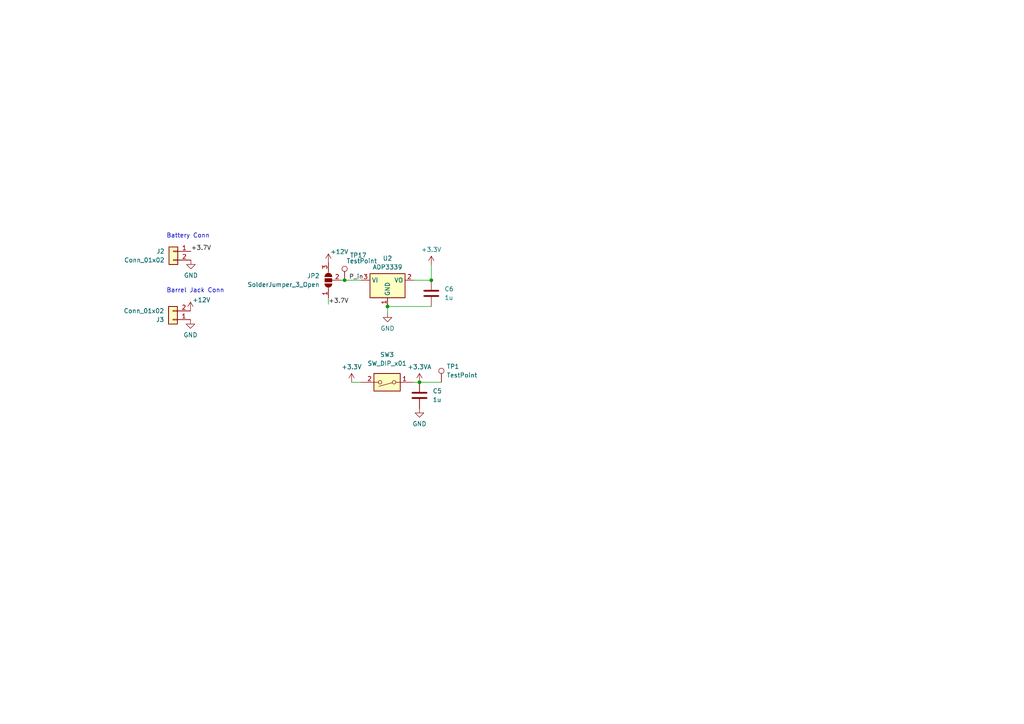
<source format=kicad_sch>
(kicad_sch (version 20230121) (generator eeschema)

  (uuid 026516c0-3430-4cba-ae33-3c3b5ce6810b)

  (paper "A4")

  (lib_symbols
    (symbol "Connector:TestPoint" (pin_numbers hide) (pin_names (offset 0.762) hide) (in_bom yes) (on_board yes)
      (property "Reference" "TP" (at 0 6.858 0)
        (effects (font (size 1.27 1.27)))
      )
      (property "Value" "TestPoint" (at 0 5.08 0)
        (effects (font (size 1.27 1.27)))
      )
      (property "Footprint" "" (at 5.08 0 0)
        (effects (font (size 1.27 1.27)) hide)
      )
      (property "Datasheet" "~" (at 5.08 0 0)
        (effects (font (size 1.27 1.27)) hide)
      )
      (property "ki_keywords" "test point tp" (at 0 0 0)
        (effects (font (size 1.27 1.27)) hide)
      )
      (property "ki_description" "test point" (at 0 0 0)
        (effects (font (size 1.27 1.27)) hide)
      )
      (property "ki_fp_filters" "Pin* Test*" (at 0 0 0)
        (effects (font (size 1.27 1.27)) hide)
      )
      (symbol "TestPoint_0_1"
        (circle (center 0 3.302) (radius 0.762)
          (stroke (width 0) (type default))
          (fill (type none))
        )
      )
      (symbol "TestPoint_1_1"
        (pin passive line (at 0 0 90) (length 2.54)
          (name "1" (effects (font (size 1.27 1.27))))
          (number "1" (effects (font (size 1.27 1.27))))
        )
      )
    )
    (symbol "Connector_Generic:Conn_01x02" (pin_names (offset 1.016) hide) (in_bom yes) (on_board yes)
      (property "Reference" "J" (at 0 2.54 0)
        (effects (font (size 1.27 1.27)))
      )
      (property "Value" "Conn_01x02" (at 0 -5.08 0)
        (effects (font (size 1.27 1.27)))
      )
      (property "Footprint" "" (at 0 0 0)
        (effects (font (size 1.27 1.27)) hide)
      )
      (property "Datasheet" "~" (at 0 0 0)
        (effects (font (size 1.27 1.27)) hide)
      )
      (property "ki_keywords" "connector" (at 0 0 0)
        (effects (font (size 1.27 1.27)) hide)
      )
      (property "ki_description" "Generic connector, single row, 01x02, script generated (kicad-library-utils/schlib/autogen/connector/)" (at 0 0 0)
        (effects (font (size 1.27 1.27)) hide)
      )
      (property "ki_fp_filters" "Connector*:*_1x??_*" (at 0 0 0)
        (effects (font (size 1.27 1.27)) hide)
      )
      (symbol "Conn_01x02_1_1"
        (rectangle (start -1.27 -2.413) (end 0 -2.667)
          (stroke (width 0.1524) (type default))
          (fill (type none))
        )
        (rectangle (start -1.27 0.127) (end 0 -0.127)
          (stroke (width 0.1524) (type default))
          (fill (type none))
        )
        (rectangle (start -1.27 1.27) (end 1.27 -3.81)
          (stroke (width 0.254) (type default))
          (fill (type background))
        )
        (pin passive line (at -5.08 0 0) (length 3.81)
          (name "Pin_1" (effects (font (size 1.27 1.27))))
          (number "1" (effects (font (size 1.27 1.27))))
        )
        (pin passive line (at -5.08 -2.54 0) (length 3.81)
          (name "Pin_2" (effects (font (size 1.27 1.27))))
          (number "2" (effects (font (size 1.27 1.27))))
        )
      )
    )
    (symbol "Device:C" (pin_numbers hide) (pin_names (offset 0.254)) (in_bom yes) (on_board yes)
      (property "Reference" "C" (at 0.635 2.54 0)
        (effects (font (size 1.27 1.27)) (justify left))
      )
      (property "Value" "C" (at 0.635 -2.54 0)
        (effects (font (size 1.27 1.27)) (justify left))
      )
      (property "Footprint" "" (at 0.9652 -3.81 0)
        (effects (font (size 1.27 1.27)) hide)
      )
      (property "Datasheet" "~" (at 0 0 0)
        (effects (font (size 1.27 1.27)) hide)
      )
      (property "ki_keywords" "cap capacitor" (at 0 0 0)
        (effects (font (size 1.27 1.27)) hide)
      )
      (property "ki_description" "Unpolarized capacitor" (at 0 0 0)
        (effects (font (size 1.27 1.27)) hide)
      )
      (property "ki_fp_filters" "C_*" (at 0 0 0)
        (effects (font (size 1.27 1.27)) hide)
      )
      (symbol "C_0_1"
        (polyline
          (pts
            (xy -2.032 -0.762)
            (xy 2.032 -0.762)
          )
          (stroke (width 0.508) (type default))
          (fill (type none))
        )
        (polyline
          (pts
            (xy -2.032 0.762)
            (xy 2.032 0.762)
          )
          (stroke (width 0.508) (type default))
          (fill (type none))
        )
      )
      (symbol "C_1_1"
        (pin passive line (at 0 3.81 270) (length 2.794)
          (name "~" (effects (font (size 1.27 1.27))))
          (number "1" (effects (font (size 1.27 1.27))))
        )
        (pin passive line (at 0 -3.81 90) (length 2.794)
          (name "~" (effects (font (size 1.27 1.27))))
          (number "2" (effects (font (size 1.27 1.27))))
        )
      )
    )
    (symbol "Jumper:SolderJumper_3_Open" (pin_names (offset 0) hide) (in_bom yes) (on_board yes)
      (property "Reference" "JP" (at -2.54 -2.54 0)
        (effects (font (size 1.27 1.27)))
      )
      (property "Value" "SolderJumper_3_Open" (at 0 2.794 0)
        (effects (font (size 1.27 1.27)))
      )
      (property "Footprint" "" (at 0 0 0)
        (effects (font (size 1.27 1.27)) hide)
      )
      (property "Datasheet" "~" (at 0 0 0)
        (effects (font (size 1.27 1.27)) hide)
      )
      (property "ki_keywords" "Solder Jumper SPDT" (at 0 0 0)
        (effects (font (size 1.27 1.27)) hide)
      )
      (property "ki_description" "Solder Jumper, 3-pole, open" (at 0 0 0)
        (effects (font (size 1.27 1.27)) hide)
      )
      (property "ki_fp_filters" "SolderJumper*Open*" (at 0 0 0)
        (effects (font (size 1.27 1.27)) hide)
      )
      (symbol "SolderJumper_3_Open_0_1"
        (arc (start -1.016 1.016) (mid -2.0276 0) (end -1.016 -1.016)
          (stroke (width 0) (type default))
          (fill (type none))
        )
        (arc (start -1.016 1.016) (mid -2.0276 0) (end -1.016 -1.016)
          (stroke (width 0) (type default))
          (fill (type outline))
        )
        (rectangle (start -0.508 1.016) (end 0.508 -1.016)
          (stroke (width 0) (type default))
          (fill (type outline))
        )
        (polyline
          (pts
            (xy -2.54 0)
            (xy -2.032 0)
          )
          (stroke (width 0) (type default))
          (fill (type none))
        )
        (polyline
          (pts
            (xy -1.016 1.016)
            (xy -1.016 -1.016)
          )
          (stroke (width 0) (type default))
          (fill (type none))
        )
        (polyline
          (pts
            (xy 0 -1.27)
            (xy 0 -1.016)
          )
          (stroke (width 0) (type default))
          (fill (type none))
        )
        (polyline
          (pts
            (xy 1.016 1.016)
            (xy 1.016 -1.016)
          )
          (stroke (width 0) (type default))
          (fill (type none))
        )
        (polyline
          (pts
            (xy 2.54 0)
            (xy 2.032 0)
          )
          (stroke (width 0) (type default))
          (fill (type none))
        )
        (arc (start 1.016 -1.016) (mid 2.0276 0) (end 1.016 1.016)
          (stroke (width 0) (type default))
          (fill (type none))
        )
        (arc (start 1.016 -1.016) (mid 2.0276 0) (end 1.016 1.016)
          (stroke (width 0) (type default))
          (fill (type outline))
        )
      )
      (symbol "SolderJumper_3_Open_1_1"
        (pin passive line (at -5.08 0 0) (length 2.54)
          (name "A" (effects (font (size 1.27 1.27))))
          (number "1" (effects (font (size 1.27 1.27))))
        )
        (pin passive line (at 0 -3.81 90) (length 2.54)
          (name "C" (effects (font (size 1.27 1.27))))
          (number "2" (effects (font (size 1.27 1.27))))
        )
        (pin passive line (at 5.08 0 180) (length 2.54)
          (name "B" (effects (font (size 1.27 1.27))))
          (number "3" (effects (font (size 1.27 1.27))))
        )
      )
    )
    (symbol "Regulator_Linear:AMS1117-3.3" (in_bom yes) (on_board yes)
      (property "Reference" "U" (at -3.81 3.175 0)
        (effects (font (size 1.27 1.27)))
      )
      (property "Value" "AMS1117-3.3" (at 0 3.175 0)
        (effects (font (size 1.27 1.27)) (justify left))
      )
      (property "Footprint" "Package_TO_SOT_SMD:SOT-223-3_TabPin2" (at 0 5.08 0)
        (effects (font (size 1.27 1.27)) hide)
      )
      (property "Datasheet" "http://www.advanced-monolithic.com/pdf/ds1117.pdf" (at 2.54 -6.35 0)
        (effects (font (size 1.27 1.27)) hide)
      )
      (property "ki_keywords" "linear regulator ldo fixed positive" (at 0 0 0)
        (effects (font (size 1.27 1.27)) hide)
      )
      (property "ki_description" "1A Low Dropout regulator, positive, 3.3V fixed output, SOT-223" (at 0 0 0)
        (effects (font (size 1.27 1.27)) hide)
      )
      (property "ki_fp_filters" "SOT?223*TabPin2*" (at 0 0 0)
        (effects (font (size 1.27 1.27)) hide)
      )
      (symbol "AMS1117-3.3_0_1"
        (rectangle (start -5.08 -5.08) (end 5.08 1.905)
          (stroke (width 0.254) (type default))
          (fill (type background))
        )
      )
      (symbol "AMS1117-3.3_1_1"
        (pin power_in line (at 0 -7.62 90) (length 2.54)
          (name "GND" (effects (font (size 1.27 1.27))))
          (number "1" (effects (font (size 1.27 1.27))))
        )
        (pin power_out line (at 7.62 0 180) (length 2.54)
          (name "VO" (effects (font (size 1.27 1.27))))
          (number "2" (effects (font (size 1.27 1.27))))
        )
        (pin power_in line (at -7.62 0 0) (length 2.54)
          (name "VI" (effects (font (size 1.27 1.27))))
          (number "3" (effects (font (size 1.27 1.27))))
        )
      )
    )
    (symbol "Switch:SW_DIP_x01" (pin_names (offset 0) hide) (in_bom yes) (on_board yes)
      (property "Reference" "SW" (at 0 3.81 0)
        (effects (font (size 1.27 1.27)))
      )
      (property "Value" "SW_DIP_x01" (at 0 -3.81 0)
        (effects (font (size 1.27 1.27)))
      )
      (property "Footprint" "" (at 0 0 0)
        (effects (font (size 1.27 1.27)) hide)
      )
      (property "Datasheet" "~" (at 0 0 0)
        (effects (font (size 1.27 1.27)) hide)
      )
      (property "ki_keywords" "dip switch" (at 0 0 0)
        (effects (font (size 1.27 1.27)) hide)
      )
      (property "ki_description" "1x DIP Switch, Single Pole Single Throw (SPST) switch, small symbol" (at 0 0 0)
        (effects (font (size 1.27 1.27)) hide)
      )
      (property "ki_fp_filters" "SW?DIP?x1*" (at 0 0 0)
        (effects (font (size 1.27 1.27)) hide)
      )
      (symbol "SW_DIP_x01_0_0"
        (circle (center -2.032 0) (radius 0.508)
          (stroke (width 0) (type default))
          (fill (type none))
        )
        (polyline
          (pts
            (xy -1.524 0.127)
            (xy 2.3622 1.1684)
          )
          (stroke (width 0) (type default))
          (fill (type none))
        )
        (circle (center 2.032 0) (radius 0.508)
          (stroke (width 0) (type default))
          (fill (type none))
        )
      )
      (symbol "SW_DIP_x01_0_1"
        (rectangle (start -3.81 2.54) (end 3.81 -2.54)
          (stroke (width 0.254) (type default))
          (fill (type background))
        )
      )
      (symbol "SW_DIP_x01_1_1"
        (pin passive line (at -7.62 0 0) (length 5.08)
          (name "~" (effects (font (size 1.27 1.27))))
          (number "1" (effects (font (size 1.27 1.27))))
        )
        (pin passive line (at 7.62 0 180) (length 5.08)
          (name "~" (effects (font (size 1.27 1.27))))
          (number "2" (effects (font (size 1.27 1.27))))
        )
      )
    )
    (symbol "power:+12V" (power) (pin_names (offset 0)) (in_bom yes) (on_board yes)
      (property "Reference" "#PWR" (at 0 -3.81 0)
        (effects (font (size 1.27 1.27)) hide)
      )
      (property "Value" "+12V" (at 0 3.556 0)
        (effects (font (size 1.27 1.27)))
      )
      (property "Footprint" "" (at 0 0 0)
        (effects (font (size 1.27 1.27)) hide)
      )
      (property "Datasheet" "" (at 0 0 0)
        (effects (font (size 1.27 1.27)) hide)
      )
      (property "ki_keywords" "global power" (at 0 0 0)
        (effects (font (size 1.27 1.27)) hide)
      )
      (property "ki_description" "Power symbol creates a global label with name \"+12V\"" (at 0 0 0)
        (effects (font (size 1.27 1.27)) hide)
      )
      (symbol "+12V_0_1"
        (polyline
          (pts
            (xy -0.762 1.27)
            (xy 0 2.54)
          )
          (stroke (width 0) (type default))
          (fill (type none))
        )
        (polyline
          (pts
            (xy 0 0)
            (xy 0 2.54)
          )
          (stroke (width 0) (type default))
          (fill (type none))
        )
        (polyline
          (pts
            (xy 0 2.54)
            (xy 0.762 1.27)
          )
          (stroke (width 0) (type default))
          (fill (type none))
        )
      )
      (symbol "+12V_1_1"
        (pin power_in line (at 0 0 90) (length 0) hide
          (name "+12V" (effects (font (size 1.27 1.27))))
          (number "1" (effects (font (size 1.27 1.27))))
        )
      )
    )
    (symbol "power:+3.3V" (power) (pin_names (offset 0)) (in_bom yes) (on_board yes)
      (property "Reference" "#PWR" (at 0 -3.81 0)
        (effects (font (size 1.27 1.27)) hide)
      )
      (property "Value" "+3.3V" (at 0 3.556 0)
        (effects (font (size 1.27 1.27)))
      )
      (property "Footprint" "" (at 0 0 0)
        (effects (font (size 1.27 1.27)) hide)
      )
      (property "Datasheet" "" (at 0 0 0)
        (effects (font (size 1.27 1.27)) hide)
      )
      (property "ki_keywords" "global power" (at 0 0 0)
        (effects (font (size 1.27 1.27)) hide)
      )
      (property "ki_description" "Power symbol creates a global label with name \"+3.3V\"" (at 0 0 0)
        (effects (font (size 1.27 1.27)) hide)
      )
      (symbol "+3.3V_0_1"
        (polyline
          (pts
            (xy -0.762 1.27)
            (xy 0 2.54)
          )
          (stroke (width 0) (type default))
          (fill (type none))
        )
        (polyline
          (pts
            (xy 0 0)
            (xy 0 2.54)
          )
          (stroke (width 0) (type default))
          (fill (type none))
        )
        (polyline
          (pts
            (xy 0 2.54)
            (xy 0.762 1.27)
          )
          (stroke (width 0) (type default))
          (fill (type none))
        )
      )
      (symbol "+3.3V_1_1"
        (pin power_in line (at 0 0 90) (length 0) hide
          (name "+3.3V" (effects (font (size 1.27 1.27))))
          (number "1" (effects (font (size 1.27 1.27))))
        )
      )
    )
    (symbol "power:+3.3VA" (power) (pin_names (offset 0)) (in_bom yes) (on_board yes)
      (property "Reference" "#PWR" (at 0 -3.81 0)
        (effects (font (size 1.27 1.27)) hide)
      )
      (property "Value" "+3.3VA" (at 0 3.556 0)
        (effects (font (size 1.27 1.27)))
      )
      (property "Footprint" "" (at 0 0 0)
        (effects (font (size 1.27 1.27)) hide)
      )
      (property "Datasheet" "" (at 0 0 0)
        (effects (font (size 1.27 1.27)) hide)
      )
      (property "ki_keywords" "global power" (at 0 0 0)
        (effects (font (size 1.27 1.27)) hide)
      )
      (property "ki_description" "Power symbol creates a global label with name \"+3.3VA\"" (at 0 0 0)
        (effects (font (size 1.27 1.27)) hide)
      )
      (symbol "+3.3VA_0_1"
        (polyline
          (pts
            (xy -0.762 1.27)
            (xy 0 2.54)
          )
          (stroke (width 0) (type default))
          (fill (type none))
        )
        (polyline
          (pts
            (xy 0 0)
            (xy 0 2.54)
          )
          (stroke (width 0) (type default))
          (fill (type none))
        )
        (polyline
          (pts
            (xy 0 2.54)
            (xy 0.762 1.27)
          )
          (stroke (width 0) (type default))
          (fill (type none))
        )
      )
      (symbol "+3.3VA_1_1"
        (pin power_in line (at 0 0 90) (length 0) hide
          (name "+3.3VA" (effects (font (size 1.27 1.27))))
          (number "1" (effects (font (size 1.27 1.27))))
        )
      )
    )
    (symbol "power:GND" (power) (pin_names (offset 0)) (in_bom yes) (on_board yes)
      (property "Reference" "#PWR" (at 0 -6.35 0)
        (effects (font (size 1.27 1.27)) hide)
      )
      (property "Value" "GND" (at 0 -3.81 0)
        (effects (font (size 1.27 1.27)))
      )
      (property "Footprint" "" (at 0 0 0)
        (effects (font (size 1.27 1.27)) hide)
      )
      (property "Datasheet" "" (at 0 0 0)
        (effects (font (size 1.27 1.27)) hide)
      )
      (property "ki_keywords" "global power" (at 0 0 0)
        (effects (font (size 1.27 1.27)) hide)
      )
      (property "ki_description" "Power symbol creates a global label with name \"GND\" , ground" (at 0 0 0)
        (effects (font (size 1.27 1.27)) hide)
      )
      (symbol "GND_0_1"
        (polyline
          (pts
            (xy 0 0)
            (xy 0 -1.27)
            (xy 1.27 -1.27)
            (xy 0 -2.54)
            (xy -1.27 -1.27)
            (xy 0 -1.27)
          )
          (stroke (width 0) (type default))
          (fill (type none))
        )
      )
      (symbol "GND_1_1"
        (pin power_in line (at 0 0 270) (length 0) hide
          (name "GND" (effects (font (size 1.27 1.27))))
          (number "1" (effects (font (size 1.27 1.27))))
        )
      )
    )
  )

  (junction (at 112.395 88.9) (diameter 0) (color 0 0 0 0)
    (uuid 2e3cb504-454d-481c-9312-838d341e2062)
  )
  (junction (at 99.949 81.28) (diameter 0) (color 0 0 0 0)
    (uuid 36f1cdfe-355a-42cd-b5d5-42c97da71ecb)
  )
  (junction (at 125.095 81.28) (diameter 0) (color 0 0 0 0)
    (uuid b36c6a41-bf02-4e58-aa7e-b05afec2654d)
  )
  (junction (at 121.666 110.871) (diameter 0) (color 0 0 0 0)
    (uuid e50b2346-d473-4f48-a100-2af066cc61ac)
  )

  (wire (pts (xy 112.395 88.9) (xy 125.095 88.9))
    (stroke (width 0) (type default))
    (uuid 00ded9fb-cabc-490d-b0fc-b1d88c58cbac)
  )
  (wire (pts (xy 119.888 110.871) (xy 121.666 110.871))
    (stroke (width 0) (type default))
    (uuid 247a6c6c-6f9d-4747-8479-81abae6b8663)
  )
  (wire (pts (xy 125.095 76.835) (xy 125.095 81.28))
    (stroke (width 0) (type default))
    (uuid 6e6cc67f-340f-4cad-be0c-0dc6730db4e7)
  )
  (wire (pts (xy 125.095 81.28) (xy 120.015 81.28))
    (stroke (width 0) (type default))
    (uuid 6f0ad41c-e05e-41ec-9ad6-85775c8d7c77)
  )
  (wire (pts (xy 99.949 81.28) (xy 99.06 81.28))
    (stroke (width 0) (type default))
    (uuid 71be754a-1713-4c54-b032-44272cdc4a6b)
  )
  (wire (pts (xy 101.981 110.871) (xy 104.648 110.871))
    (stroke (width 0) (type default))
    (uuid 90e96bbf-4d68-4886-ac63-f5ab6df96d50)
  )
  (wire (pts (xy 95.25 88.265) (xy 95.25 86.36))
    (stroke (width 0) (type default))
    (uuid 92e77e2d-ed93-4577-b042-a10d9250dcca)
  )
  (wire (pts (xy 112.395 90.805) (xy 112.395 88.9))
    (stroke (width 0) (type default))
    (uuid c31b3372-55ec-44a2-9712-0193c6a68431)
  )
  (wire (pts (xy 121.666 110.871) (xy 128.016 110.871))
    (stroke (width 0) (type default))
    (uuid c3842dd1-ea7a-45b2-afc0-7d131f3b556e)
  )
  (wire (pts (xy 104.775 81.28) (xy 99.949 81.28))
    (stroke (width 0) (type default))
    (uuid f870937e-d1d2-421a-9f44-bc472376e7ad)
  )

  (text "Barrel Jack Conn\n" (at 48.26 85.09 0)
    (effects (font (size 1.27 1.27)) (justify left bottom))
    (uuid 1ecf64e6-48bf-4c85-98d8-e4c4db660593)
  )
  (text "Battery Conn\n" (at 48.26 69.215 0)
    (effects (font (size 1.27 1.27)) (justify left bottom))
    (uuid cded142f-f114-4813-a398-1dd11ddcb881)
  )

  (label "P_in" (at 101.219 81.28 0) (fields_autoplaced)
    (effects (font (size 1.27 1.27)) (justify left bottom))
    (uuid 12f7939d-c790-45a1-8968-b37f752ef0b6)
  )
  (label "+3.7V" (at 95.25 88.265 0) (fields_autoplaced)
    (effects (font (size 1.27 1.27)) (justify left bottom))
    (uuid 182723c6-3036-4cd4-a464-4699d3c9ae21)
  )
  (label "+3.7V" (at 55.372 72.898 0) (fields_autoplaced)
    (effects (font (size 1.27 1.27)) (justify left bottom))
    (uuid 9cb64863-5d04-4c8c-aa1a-583735905327)
  )

  (symbol (lib_id "power:GND") (at 112.395 90.805 0) (unit 1)
    (in_bom yes) (on_board yes) (dnp no) (fields_autoplaced)
    (uuid 0336ca10-2b6f-41f5-9c1f-c698f755bb69)
    (property "Reference" "#PWR018" (at 112.395 97.155 0)
      (effects (font (size 1.27 1.27)) hide)
    )
    (property "Value" "GND" (at 112.395 95.25 0)
      (effects (font (size 1.27 1.27)))
    )
    (property "Footprint" "" (at 112.395 90.805 0)
      (effects (font (size 1.27 1.27)) hide)
    )
    (property "Datasheet" "" (at 112.395 90.805 0)
      (effects (font (size 1.27 1.27)) hide)
    )
    (pin "1" (uuid eafdc02e-83a5-40ff-ad94-261e91900753))
    (instances
      (project "JargonJolt"
        (path "/39fa52d1-bab8-41e3-aba2-e2f783adaf1f/a91347d5-40c0-4d74-a0b7-7f14df56e886"
          (reference "#PWR018") (unit 1)
        )
      )
    )
  )

  (symbol (lib_id "power:+3.3VA") (at 121.666 110.871 0) (unit 1)
    (in_bom yes) (on_board yes) (dnp no) (fields_autoplaced)
    (uuid 0affccaf-ae41-4d97-b6df-db7df2ed29f6)
    (property "Reference" "#PWR019" (at 121.666 114.681 0)
      (effects (font (size 1.27 1.27)) hide)
    )
    (property "Value" "+3.3VA" (at 121.666 106.426 0)
      (effects (font (size 1.27 1.27)))
    )
    (property "Footprint" "" (at 121.666 110.871 0)
      (effects (font (size 1.27 1.27)) hide)
    )
    (property "Datasheet" "" (at 121.666 110.871 0)
      (effects (font (size 1.27 1.27)) hide)
    )
    (pin "1" (uuid 5d7c8e70-9278-4b18-b24a-abb6b54db999))
    (instances
      (project "JargonJolt"
        (path "/39fa52d1-bab8-41e3-aba2-e2f783adaf1f/a91347d5-40c0-4d74-a0b7-7f14df56e886"
          (reference "#PWR019") (unit 1)
        )
      )
    )
  )

  (symbol (lib_id "power:+3.3V") (at 125.095 76.835 0) (unit 1)
    (in_bom yes) (on_board yes) (dnp no) (fields_autoplaced)
    (uuid 125343ec-3dec-44ea-a05c-66dec88f8782)
    (property "Reference" "#PWR021" (at 125.095 80.645 0)
      (effects (font (size 1.27 1.27)) hide)
    )
    (property "Value" "+3.3V" (at 125.095 72.39 0)
      (effects (font (size 1.27 1.27)))
    )
    (property "Footprint" "" (at 125.095 76.835 0)
      (effects (font (size 1.27 1.27)) hide)
    )
    (property "Datasheet" "" (at 125.095 76.835 0)
      (effects (font (size 1.27 1.27)) hide)
    )
    (pin "1" (uuid c3a21d11-9399-437b-bd60-15182d9197b3))
    (instances
      (project "JargonJolt"
        (path "/39fa52d1-bab8-41e3-aba2-e2f783adaf1f/a91347d5-40c0-4d74-a0b7-7f14df56e886"
          (reference "#PWR021") (unit 1)
        )
      )
    )
  )

  (symbol (lib_id "Device:C") (at 125.095 85.09 0) (unit 1)
    (in_bom yes) (on_board yes) (dnp no) (fields_autoplaced)
    (uuid 13ea46fb-3a56-49c8-83ea-fe02c5bae70b)
    (property "Reference" "C6" (at 128.905 83.82 0)
      (effects (font (size 1.27 1.27)) (justify left))
    )
    (property "Value" "1u" (at 128.905 86.36 0)
      (effects (font (size 1.27 1.27)) (justify left))
    )
    (property "Footprint" "Capacitor_SMD:C_0805_2012Metric" (at 126.0602 88.9 0)
      (effects (font (size 1.27 1.27)) hide)
    )
    (property "Datasheet" "~" (at 125.095 85.09 0)
      (effects (font (size 1.27 1.27)) hide)
    )
    (pin "2" (uuid ff38a719-1e5f-491b-a733-04e0d786da31))
    (pin "1" (uuid 0db756a9-615c-48af-86a1-530d200875ea))
    (instances
      (project "JargonJolt"
        (path "/39fa52d1-bab8-41e3-aba2-e2f783adaf1f/a91347d5-40c0-4d74-a0b7-7f14df56e886"
          (reference "C6") (unit 1)
        )
      )
    )
  )

  (symbol (lib_id "power:+12V") (at 55.245 90.17 0) (unit 1)
    (in_bom yes) (on_board yes) (dnp no)
    (uuid 152514cb-d6e0-4a8a-a500-ee160437eed8)
    (property "Reference" "#PWR014" (at 55.245 93.98 0)
      (effects (font (size 1.27 1.27)) hide)
    )
    (property "Value" "+12V" (at 58.42 86.995 0)
      (effects (font (size 1.27 1.27)))
    )
    (property "Footprint" "" (at 55.245 90.17 0)
      (effects (font (size 1.27 1.27)) hide)
    )
    (property "Datasheet" "" (at 55.245 90.17 0)
      (effects (font (size 1.27 1.27)) hide)
    )
    (pin "1" (uuid 8114ddc9-2203-4b3e-832b-93dbcd878c4b))
    (instances
      (project "JargonJolt"
        (path "/39fa52d1-bab8-41e3-aba2-e2f783adaf1f/a91347d5-40c0-4d74-a0b7-7f14df56e886"
          (reference "#PWR014") (unit 1)
        )
      )
    )
  )

  (symbol (lib_id "power:GND") (at 55.372 75.438 0) (unit 1)
    (in_bom yes) (on_board yes) (dnp no) (fields_autoplaced)
    (uuid 3be5c5f1-be74-44df-a2a0-b58771fde96a)
    (property "Reference" "#PWR013" (at 55.372 81.788 0)
      (effects (font (size 1.27 1.27)) hide)
    )
    (property "Value" "GND" (at 55.372 79.883 0)
      (effects (font (size 1.27 1.27)))
    )
    (property "Footprint" "" (at 55.372 75.438 0)
      (effects (font (size 1.27 1.27)) hide)
    )
    (property "Datasheet" "" (at 55.372 75.438 0)
      (effects (font (size 1.27 1.27)) hide)
    )
    (pin "1" (uuid cadc50f9-03c3-4992-8025-8106bcf9b726))
    (instances
      (project "JargonJolt"
        (path "/39fa52d1-bab8-41e3-aba2-e2f783adaf1f/a91347d5-40c0-4d74-a0b7-7f14df56e886"
          (reference "#PWR013") (unit 1)
        )
      )
    )
  )

  (symbol (lib_id "power:GND") (at 121.666 118.491 0) (unit 1)
    (in_bom yes) (on_board yes) (dnp no) (fields_autoplaced)
    (uuid 3d20e614-2aa6-4b4c-a438-1e8084faed87)
    (property "Reference" "#PWR020" (at 121.666 124.841 0)
      (effects (font (size 1.27 1.27)) hide)
    )
    (property "Value" "GND" (at 121.666 122.936 0)
      (effects (font (size 1.27 1.27)))
    )
    (property "Footprint" "" (at 121.666 118.491 0)
      (effects (font (size 1.27 1.27)) hide)
    )
    (property "Datasheet" "" (at 121.666 118.491 0)
      (effects (font (size 1.27 1.27)) hide)
    )
    (pin "1" (uuid a35b02e2-7ea1-42e1-8d78-239bc3c19110))
    (instances
      (project "JargonJolt"
        (path "/39fa52d1-bab8-41e3-aba2-e2f783adaf1f/a91347d5-40c0-4d74-a0b7-7f14df56e886"
          (reference "#PWR020") (unit 1)
        )
      )
    )
  )

  (symbol (lib_id "Jumper:SolderJumper_3_Open") (at 95.25 81.28 90) (unit 1)
    (in_bom yes) (on_board yes) (dnp no) (fields_autoplaced)
    (uuid 45e3d4f3-f7ea-4f90-a71e-6a239b3ada17)
    (property "Reference" "JP2" (at 92.71 80.01 90)
      (effects (font (size 1.27 1.27)) (justify left))
    )
    (property "Value" "SolderJumper_3_Open" (at 92.71 82.55 90)
      (effects (font (size 1.27 1.27)) (justify left))
    )
    (property "Footprint" "Jumper:SolderJumper-3_P1.3mm_Open_RoundedPad1.0x1.5mm" (at 95.25 81.28 0)
      (effects (font (size 1.27 1.27)) hide)
    )
    (property "Datasheet" "~" (at 95.25 81.28 0)
      (effects (font (size 1.27 1.27)) hide)
    )
    (pin "2" (uuid a140f159-f4ac-4c78-a15e-40b1acf9f697))
    (pin "3" (uuid a3f02a03-04e1-43e7-8a38-ad6cdbbcae5f))
    (pin "1" (uuid 68dfdc03-4eaf-42b5-bc06-1f04212bbd68))
    (instances
      (project "JargonJolt"
        (path "/39fa52d1-bab8-41e3-aba2-e2f783adaf1f/a91347d5-40c0-4d74-a0b7-7f14df56e886"
          (reference "JP2") (unit 1)
        )
      )
    )
  )

  (symbol (lib_id "power:+12V") (at 95.25 76.2 0) (unit 1)
    (in_bom yes) (on_board yes) (dnp no)
    (uuid 4acbf35b-ff8b-4b45-b1e8-cc85ca6d7f7c)
    (property "Reference" "#PWR016" (at 95.25 80.01 0)
      (effects (font (size 1.27 1.27)) hide)
    )
    (property "Value" "+12V" (at 98.425 73.025 0)
      (effects (font (size 1.27 1.27)))
    )
    (property "Footprint" "" (at 95.25 76.2 0)
      (effects (font (size 1.27 1.27)) hide)
    )
    (property "Datasheet" "" (at 95.25 76.2 0)
      (effects (font (size 1.27 1.27)) hide)
    )
    (pin "1" (uuid 9276dd64-c8ea-4482-94d7-02b3ec1cc532))
    (instances
      (project "JargonJolt"
        (path "/39fa52d1-bab8-41e3-aba2-e2f783adaf1f/a91347d5-40c0-4d74-a0b7-7f14df56e886"
          (reference "#PWR016") (unit 1)
        )
      )
    )
  )

  (symbol (lib_id "Device:C") (at 121.666 114.681 0) (unit 1)
    (in_bom yes) (on_board yes) (dnp no) (fields_autoplaced)
    (uuid 7d0a9cb5-1d8e-454e-88cd-12c7f458ef82)
    (property "Reference" "C5" (at 125.476 113.411 0)
      (effects (font (size 1.27 1.27)) (justify left))
    )
    (property "Value" "1u" (at 125.476 115.951 0)
      (effects (font (size 1.27 1.27)) (justify left))
    )
    (property "Footprint" "Capacitor_SMD:C_0805_2012Metric" (at 122.6312 118.491 0)
      (effects (font (size 1.27 1.27)) hide)
    )
    (property "Datasheet" "~" (at 121.666 114.681 0)
      (effects (font (size 1.27 1.27)) hide)
    )
    (pin "2" (uuid 79b53533-8c2b-4cc2-b9a5-3ae48ed9ec2d))
    (pin "1" (uuid 76afef3d-c1d1-4729-bdfa-6e052525a64f))
    (instances
      (project "JargonJolt"
        (path "/39fa52d1-bab8-41e3-aba2-e2f783adaf1f/a91347d5-40c0-4d74-a0b7-7f14df56e886"
          (reference "C5") (unit 1)
        )
      )
    )
  )

  (symbol (lib_id "Connector:TestPoint") (at 99.949 81.28 0) (unit 1)
    (in_bom yes) (on_board yes) (dnp no)
    (uuid 7e59e979-b4d0-48f2-bfa8-275a07df1758)
    (property "Reference" "TP17" (at 101.473 74.041 0)
      (effects (font (size 1.27 1.27)) (justify left))
    )
    (property "Value" "TestPoint" (at 100.457 75.692 0)
      (effects (font (size 1.27 1.27)) (justify left))
    )
    (property "Footprint" "TestPoint:TestPoint_Pad_D1.5mm" (at 105.029 81.28 0)
      (effects (font (size 1.27 1.27)) hide)
    )
    (property "Datasheet" "~" (at 105.029 81.28 0)
      (effects (font (size 1.27 1.27)) hide)
    )
    (pin "1" (uuid 1af91f96-ad87-4f56-a2f4-65fe8ae802bf))
    (instances
      (project "JargonJolt"
        (path "/39fa52d1-bab8-41e3-aba2-e2f783adaf1f/a91347d5-40c0-4d74-a0b7-7f14df56e886"
          (reference "TP17") (unit 1)
        )
      )
    )
  )

  (symbol (lib_id "Switch:SW_DIP_x01") (at 112.268 110.871 180) (unit 1)
    (in_bom yes) (on_board yes) (dnp no) (fields_autoplaced)
    (uuid 8d828e07-cc6e-45be-9c54-2fb7ab7d066f)
    (property "Reference" "SW3" (at 112.268 102.87 0)
      (effects (font (size 1.27 1.27)))
    )
    (property "Value" "SW_DIP_x01" (at 112.268 105.41 0)
      (effects (font (size 1.27 1.27)))
    )
    (property "Footprint" "Connector_Molex:Molex_KK-254_AE-6410-02A_1x02_P2.54mm_Vertical" (at 112.268 110.871 0)
      (effects (font (size 1.27 1.27)) hide)
    )
    (property "Datasheet" "~" (at 112.268 110.871 0)
      (effects (font (size 1.27 1.27)) hide)
    )
    (pin "1" (uuid 9296caf3-5edd-4c9e-8786-0e14406c91a9))
    (pin "2" (uuid 11ae877e-34c3-4709-8544-66f2a1299a9d))
    (instances
      (project "JargonJolt"
        (path "/39fa52d1-bab8-41e3-aba2-e2f783adaf1f/a91347d5-40c0-4d74-a0b7-7f14df56e886"
          (reference "SW3") (unit 1)
        )
      )
    )
  )

  (symbol (lib_id "Connector:TestPoint") (at 128.016 110.871 0) (unit 1)
    (in_bom yes) (on_board yes) (dnp no) (fields_autoplaced)
    (uuid b9c53b98-2030-4bcd-b55e-55cfac1ee4a0)
    (property "Reference" "TP1" (at 129.54 106.299 0)
      (effects (font (size 1.27 1.27)) (justify left))
    )
    (property "Value" "TestPoint" (at 129.54 108.839 0)
      (effects (font (size 1.27 1.27)) (justify left))
    )
    (property "Footprint" "TestPoint:TestPoint_Pad_D1.5mm" (at 133.096 110.871 0)
      (effects (font (size 1.27 1.27)) hide)
    )
    (property "Datasheet" "~" (at 133.096 110.871 0)
      (effects (font (size 1.27 1.27)) hide)
    )
    (pin "1" (uuid a00a10bb-9f23-44b7-a9b1-7237248a3fd2))
    (instances
      (project "JargonJolt"
        (path "/39fa52d1-bab8-41e3-aba2-e2f783adaf1f/a91347d5-40c0-4d74-a0b7-7f14df56e886"
          (reference "TP1") (unit 1)
        )
      )
    )
  )

  (symbol (lib_id "power:GND") (at 55.245 92.71 0) (unit 1)
    (in_bom yes) (on_board yes) (dnp no) (fields_autoplaced)
    (uuid beb5536e-660e-46fa-816f-680d0e7c735d)
    (property "Reference" "#PWR015" (at 55.245 99.06 0)
      (effects (font (size 1.27 1.27)) hide)
    )
    (property "Value" "GND" (at 55.245 97.155 0)
      (effects (font (size 1.27 1.27)))
    )
    (property "Footprint" "" (at 55.245 92.71 0)
      (effects (font (size 1.27 1.27)) hide)
    )
    (property "Datasheet" "" (at 55.245 92.71 0)
      (effects (font (size 1.27 1.27)) hide)
    )
    (pin "1" (uuid 2c68251d-b87e-4b2b-b6fb-6f64e6565bb6))
    (instances
      (project "JargonJolt"
        (path "/39fa52d1-bab8-41e3-aba2-e2f783adaf1f/a91347d5-40c0-4d74-a0b7-7f14df56e886"
          (reference "#PWR015") (unit 1)
        )
      )
    )
  )

  (symbol (lib_id "Connector_Generic:Conn_01x02") (at 50.292 72.898 0) (mirror y) (unit 1)
    (in_bom yes) (on_board yes) (dnp no)
    (uuid c1f35f6e-f739-4de7-b3ad-939b518d6af5)
    (property "Reference" "J2" (at 47.752 72.898 0)
      (effects (font (size 1.27 1.27)) (justify left))
    )
    (property "Value" "Conn_01x02" (at 47.752 75.438 0)
      (effects (font (size 1.27 1.27)) (justify left))
    )
    (property "Footprint" "Connector_Molex:Molex_KK-254_AE-6410-02A_1x02_P2.54mm_Vertical" (at 50.292 72.898 0)
      (effects (font (size 1.27 1.27)) hide)
    )
    (property "Datasheet" "~" (at 50.292 72.898 0)
      (effects (font (size 1.27 1.27)) hide)
    )
    (pin "2" (uuid 8ac70dcb-7876-4932-aee6-1046b5a1990f))
    (pin "1" (uuid e9a412c6-180c-4e4c-930d-459e0d894094))
    (instances
      (project "JargonJolt"
        (path "/39fa52d1-bab8-41e3-aba2-e2f783adaf1f/a91347d5-40c0-4d74-a0b7-7f14df56e886"
          (reference "J2") (unit 1)
        )
      )
    )
  )

  (symbol (lib_id "power:+3.3V") (at 101.981 110.871 0) (unit 1)
    (in_bom yes) (on_board yes) (dnp no) (fields_autoplaced)
    (uuid f3cc84bb-8ba3-413a-a44a-2ad16f71fed9)
    (property "Reference" "#PWR017" (at 101.981 114.681 0)
      (effects (font (size 1.27 1.27)) hide)
    )
    (property "Value" "+3.3V" (at 101.981 106.426 0)
      (effects (font (size 1.27 1.27)))
    )
    (property "Footprint" "" (at 101.981 110.871 0)
      (effects (font (size 1.27 1.27)) hide)
    )
    (property "Datasheet" "" (at 101.981 110.871 0)
      (effects (font (size 1.27 1.27)) hide)
    )
    (pin "1" (uuid d8bd8094-5118-4d1b-b7f4-c2a2ee670c8d))
    (instances
      (project "JargonJolt"
        (path "/39fa52d1-bab8-41e3-aba2-e2f783adaf1f/a91347d5-40c0-4d74-a0b7-7f14df56e886"
          (reference "#PWR017") (unit 1)
        )
      )
    )
  )

  (symbol (lib_id "Connector_Generic:Conn_01x02") (at 50.165 92.71 180) (unit 1)
    (in_bom yes) (on_board yes) (dnp no)
    (uuid f7a4e701-b954-46ca-b862-f280e74b7a16)
    (property "Reference" "J3" (at 47.625 92.71 0)
      (effects (font (size 1.27 1.27)) (justify left))
    )
    (property "Value" "Conn_01x02" (at 47.625 90.17 0)
      (effects (font (size 1.27 1.27)) (justify left))
    )
    (property "Footprint" "Connector_BarrelJack:BarrelJack_Horizontal" (at 50.165 92.71 0)
      (effects (font (size 1.27 1.27)) hide)
    )
    (property "Datasheet" "https://www.cuidevices.com/product/resource/pj-102ah.pdf" (at 50.165 92.71 0)
      (effects (font (size 1.27 1.27)) hide)
    )
    (pin "2" (uuid 15328413-1b3f-417f-8f79-ccfcbcef5060))
    (pin "1" (uuid 40b0504e-c7ad-4d2d-9f67-def978045fa3))
    (instances
      (project "JargonJolt"
        (path "/39fa52d1-bab8-41e3-aba2-e2f783adaf1f/a91347d5-40c0-4d74-a0b7-7f14df56e886"
          (reference "J3") (unit 1)
        )
      )
    )
  )

  (symbol (lib_id "Regulator_Linear:AMS1117-3.3") (at 112.395 81.28 0) (unit 1)
    (in_bom yes) (on_board yes) (dnp no) (fields_autoplaced)
    (uuid fb2d6803-1f2c-4028-a74c-1a953ee07d6d)
    (property "Reference" "U2" (at 112.395 74.93 0)
      (effects (font (size 1.27 1.27)))
    )
    (property "Value" "ADP3339" (at 112.395 77.47 0)
      (effects (font (size 1.27 1.27)))
    )
    (property "Footprint" "Package_TO_SOT_SMD:SOT-223-3_TabPin2" (at 112.395 76.2 0)
      (effects (font (size 1.27 1.27)) hide)
    )
    (property "Datasheet" "" (at 114.935 87.63 0)
      (effects (font (size 1.27 1.27)) hide)
    )
    (pin "3" (uuid d7a7b1ae-53e1-4f51-bf5a-240f4801d9d0))
    (pin "1" (uuid cf4e1b4b-351f-4be2-9c01-d5ee6bc87c45))
    (pin "2" (uuid a69336b7-a83a-4d73-8c24-fb5f7aaa9b34))
    (instances
      (project "JargonJolt"
        (path "/39fa52d1-bab8-41e3-aba2-e2f783adaf1f/a91347d5-40c0-4d74-a0b7-7f14df56e886"
          (reference "U2") (unit 1)
        )
      )
    )
  )
)

</source>
